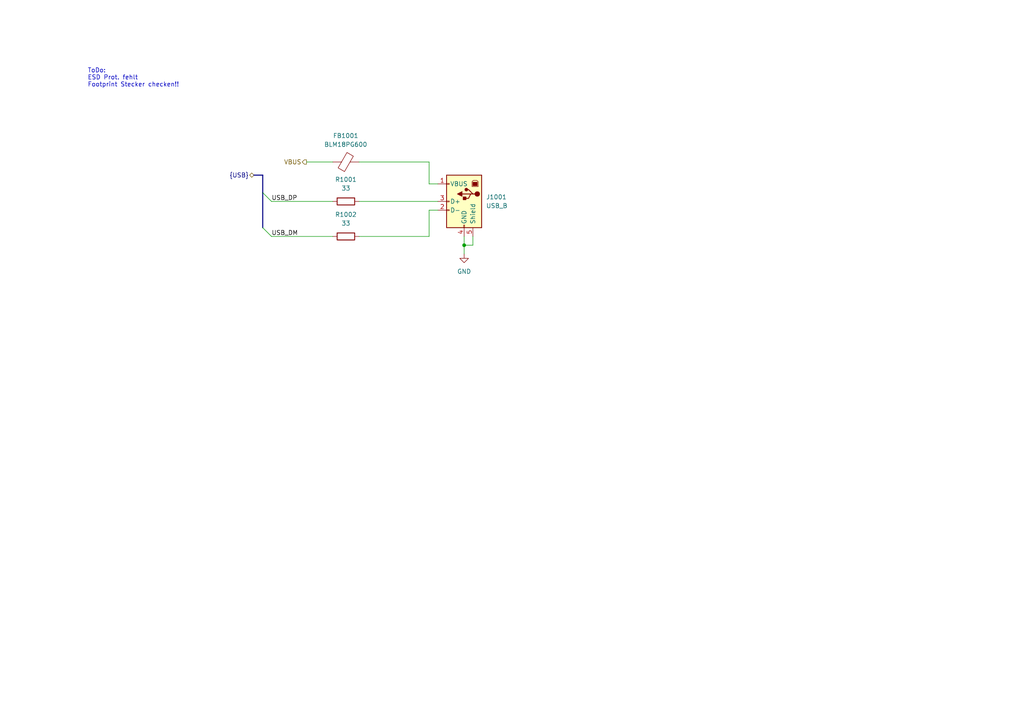
<source format=kicad_sch>
(kicad_sch (version 20230121) (generator eeschema)
  (paper "A4")
  (lib_symbols
    (symbol "Connector:USB_B" (pin_names (offset 1.016))
      (property "Reference" "J" (at -5.08 11.43 0))
      (property "Value" "USB_B" (at -5.08 8.89 0))
      (symbol "USB_B_0_1"
        (rectangle (start -5.08 -7.62) (end 5.08 7.62) (stroke (width 0.254)) (fill (type background)))
        (circle (center -3.81 2.159) (radius 0.635) (stroke (width 0.254)) (fill (type outline)))
        (rectangle (start -3.81 5.588) (end -2.54 4.572) (fill (type outline)))
        (circle (center -0.635 3.429) (radius 0.381) (stroke (width 0.254)) (fill (type outline)))
        (rectangle (start -0.127 -7.62) (end 0.127 -6.858))
        (polyline (pts (xy -1.905 2.159) (xy 0.635 2.159)) (stroke (width 0.254)))
        (polyline (pts (xy -3.175 2.159) (xy -2.54 2.159) (xy -1.27 3.429) (xy -0.635 3.429)) (stroke (width 0.254)))
        (polyline (pts (xy -2.54 2.159) (xy -1.905 2.159) (xy -1.27 0.889) (xy 0 0.889)) (stroke (width 0.254)))
        (polyline (pts (xy 0.635 2.794) (xy 0.635 1.524) (xy 1.905 2.159) (xy 0.635 2.794)) (stroke (width 0.254)) (fill (type outline)))
        (polyline (pts (xy -4.064 4.318) (xy -2.286 4.318) (xy -2.286 5.715) (xy -2.667 6.096) (xy -3.683 6.096) (xy -4.064 5.715) (xy -4.064 4.318)))
        (rectangle (start 0.254 1.27) (end -0.508 0.508) (stroke (width 0.254)) (fill (type outline)))
        (rectangle (start 5.08 -2.667) (end 4.318 -2.413))
        (rectangle (start 5.08 -0.127) (end 4.318 0.127))
        (rectangle (start 5.08 4.953) (end 4.318 5.207))
      )
      (symbol "USB_B_1_1"
        (pin power_out line (at 7.62 5.08 180) (length 2.54) (name "VBUS") (number "1"))
        (pin bidirectional line (at 7.62 -2.54 180) (length 2.54) (name "D-") (number "2"))
        (pin bidirectional line (at 7.62 0 180) (length 2.54) (name "D+") (number "3"))
        (pin power_out line (at 0 -10.16 90) (length 2.54) (name "GND") (number "4"))
        (pin passive line (at -2.54 -10.16 90) (length 2.54) (name "Shield") (number "5"))
      )
    )
    (symbol "Device:FerriteBead" (pin_numbers hide) (pin_names (offset 0))
      (property "Reference" "FB" (at -3.81 0.635 90))
      (property "Value" "FerriteBead" (at 3.81 0 90))
      (symbol "FerriteBead_0_1"
        (polyline (pts (xy 0 -1.27) (xy 0 -1.2192)))
        (polyline (pts (xy 0 1.27) (xy 0 1.2954)))
        (polyline (pts (xy -2.7686 0.4064) (xy -1.7018 2.2606) (xy 2.7686 -0.3048) (xy 1.6764 -2.159) (xy -2.7686 0.4064)))
      )
      (symbol "FerriteBead_1_1"
        (pin passive line (at 0 3.81 270) (length 2.54) (name "~") (number "1"))
        (pin passive line (at 0 -3.81 90) (length 2.54) (name "~") (number "2"))
      )
    )
    (symbol "Device:R" (pin_numbers hide) (pin_names (offset 0))
      (property "Reference" "R" (at 2.032 0 90))
      (property "Value" "R" (at 0 0 90))
      (symbol "R_0_1"
        (rectangle (start -1.016 -2.54) (end 1.016 2.54) (stroke (width 0.254)))
      )
      (symbol "R_1_1"
        (pin passive line (at 0 3.81 270) (length 1.27) (name "~") (number "1"))
        (pin passive line (at 0 -3.81 90) (length 1.27) (name "~") (number "2"))
      )
    )
    (symbol "power:GND" (power) (pin_names (offset 0))
      (property "Value" "GND" (at 0 -3.81 0))
      (symbol "GND_0_1"
        (polyline (pts (xy 0 0) (xy 0 -1.27) (xy 1.27 -1.27) (xy 0 -2.54) (xy -1.27 -1.27) (xy 0 -1.27)))
      )
      (symbol "GND_1_1"
        (pin power_in line (at 0 0 270) (length 0) hide (name "GND") (number "1"))
      )
    )
  )
  (junction (at 134.62 71.12))
  (bus_entry (at 76.2 55.88) (size 2.54 2.54))
  (bus_entry (at 76.2 66.04) (size 2.54 2.54))
  (wire (pts (xy 96.52 68.58) (xy 78.74 68.58)))
  (wire (pts (xy 137.16 71.12) (xy 134.62 71.12)))
  (bus (pts (xy 76.2 55.88) (xy 76.2 66.04)))
  (wire (pts (xy 124.46 60.96) (xy 127 60.96)))
  (bus (pts (xy 76.2 50.8) (xy 76.2 55.88)))
  (wire (pts (xy 134.62 68.58) (xy 134.62 71.12)))
  (wire (pts (xy 134.62 71.12) (xy 134.62 73.66)))
  (wire (pts (xy 137.16 68.58) (xy 137.16 71.12)))
  (wire (pts (xy 78.74 58.42) (xy 96.52 58.42)))
  (bus (pts (xy 73.66 50.8) (xy 76.2 50.8)))
  (wire (pts (xy 127 53.34) (xy 124.46 53.34)))
  (wire (pts (xy 124.46 60.96) (xy 124.46 68.58)))
  (wire (pts (xy 124.46 46.99) (xy 104.14 46.99)))
  (wire (pts (xy 88.9 46.99) (xy 96.52 46.99)))
  (wire (pts (xy 124.46 53.34) (xy 124.46 46.99)))
  (wire (pts (xy 104.14 58.42) (xy 127 58.42)))
  (wire (pts (xy 104.14 68.58) (xy 124.46 68.58)))
  (text "ToDo:\nESD Prot. fehlt\nFootprint Stecker checken!!" (at 25.4 25.4 0) (effects (font (size 1.27 1.27)) (justify left bottom)))
  (label "USB_DM" (at 78.74 68.58 0))
  (label "USB_DP" (at 78.74 58.42 0))
  (hierarchical_label "{USB}" (shape bidirectional) (at 73.66 50.8 180))
  (hierarchical_label "VBUS" (shape output) (at 88.9 46.99 180))
  (symbol (lib_id "Device:FerriteBead") (at 100.33 46.99 90) (unit 1)
    (property "Reference" "FB1001" (at 100.2792 39.37 90))
    (property "Value" "BLM18PG600" (at 100.2792 41.91 90))
    (property "Footprint" "Inductor_SMD:L_0603_1608Metric" (effects hide))
    (instances (project "Sensor_Board" (path "" (reference "FB1001") (unit 1))) (project "FT22_VCU_Konzept" (path "" (reference "FB1") (unit 1))))
  )
  (symbol (lib_id "Connector:USB_B") (at 134.62 58.42 0) (mirror y) (unit 1)
    (property "Reference" "J1001" (at 140.97 57.1499 0) (effects (justify right)))
    (property "Value" "USB_B" (at 140.97 59.6899 0) (effects (justify right)))
    (property "Footprint" "Connector_USB:USB_B_OST_USB-B1HSxx_Horizontal" (effects hide))
    (property "Datasheet" " ~" (effects hide))
    (instances (project "Sensor_Board" (path "" (reference "J1001") (unit 1))) (project "FT22_VCU_Konzept" (path "" (reference "J3") (unit 1))))
  )
  (symbol (lib_id "power:GND") (at 134.62 73.66 0) (unit 1)
    (property "Reference" "#PWR01001" (effects hide))
    (property "Value" "GND" (at 134.62 78.74 0))
    (instances (project "Sensor_Board" (path "" (reference "#PWR01001") (unit 1))) (project "FT22_VCU_Konzept" (path "" (reference "#PWR0156") (unit 1))))
  )
  (symbol (lib_id "Device:R") (at 100.33 58.42 90) (unit 1)
    (property "Reference" "R1001" (at 100.33 52.07 90))
    (property "Value" "33" (at 100.33 54.61 90))
    (property "Footprint" "Resistor_SMD:R_0603_1608Metric" (effects hide))
    (instances (project "Sensor_Board" (path "" (reference "R1001") (unit 1))) (project "FT22_VCU_Konzept" (path "" (reference "R54") (unit 1))))
  )
  (symbol (lib_id "Device:R") (at 100.33 68.58 90) (unit 1)
    (property "Reference" "R1002" (at 100.33 62.23 90))
    (property "Value" "33" (at 100.33 64.77 90))
    (property "Footprint" "Resistor_SMD:R_0603_1608Metric" (effects hide))
    (instances (project "Sensor_Board" (path "" (reference "R1002") (unit 1))) (project "FT22_VCU_Konzept" (path "" (reference "R55") (unit 1))))
  )
)
</source>
